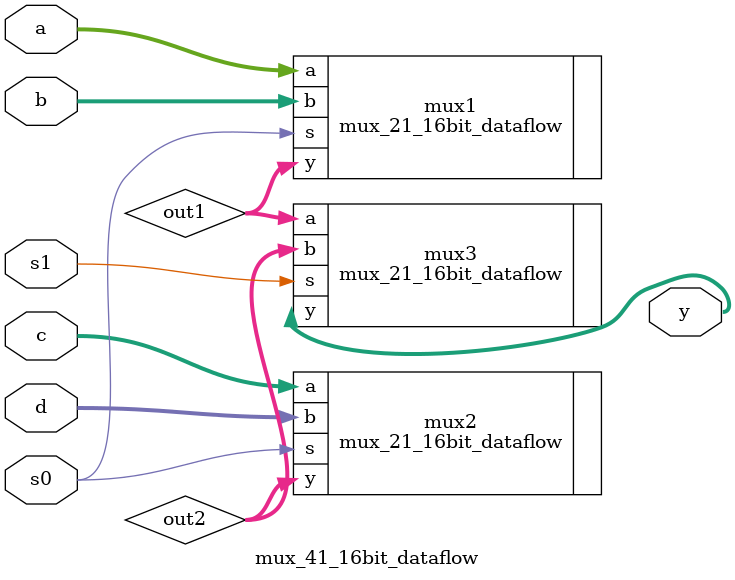
<source format=v>
module mux_41_16bit_dataflow (y, s1, s0, a, b, c, d);

output [15:0] y;
input [15:0] a, b, c, d;
input s1, s0;

wire [15:0] out1, out2;

mux_21_16bit_dataflow mux1 (.y(out1), .s(s0), .a(a), .b(b));
mux_21_16bit_dataflow mux2 (.y(out2), .s(s0), .a(c), .b(d));
mux_21_16bit_dataflow mux3 (.y(y), .s(s1), .a(out1), .b(out2));

endmodule
</source>
